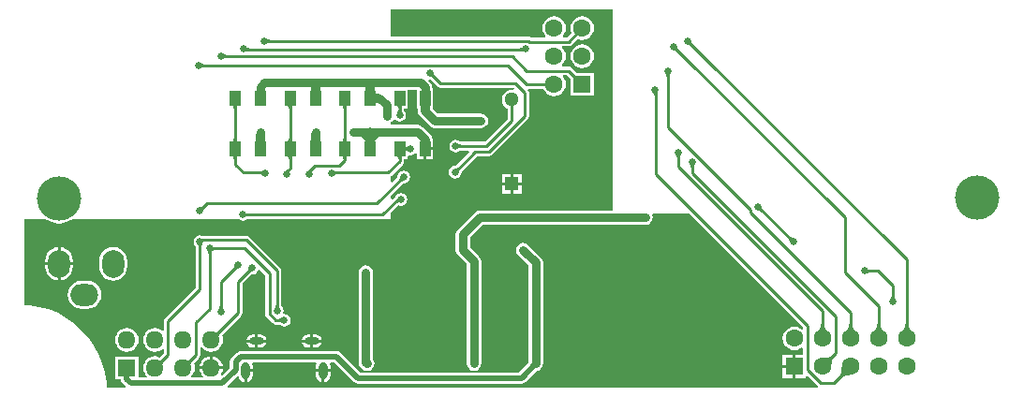
<source format=gbl>
G04 Layer_Physical_Order=2*
G04 Layer_Color=16711680*
%FSTAX24Y24*%
%MOIN*%
G70*
G01*
G75*
%ADD11R,0.0394X0.0550*%
%ADD27C,0.0200*%
%ADD28C,0.0300*%
%ADD29C,0.0100*%
%ADD30R,0.0512X0.0512*%
%ADD31C,0.0512*%
%ADD32O,0.0305X0.0610*%
%ADD33O,0.0512X0.0256*%
%ADD34O,0.0634X0.0630*%
%ADD35R,0.0634X0.0630*%
%ADD36C,0.0630*%
%ADD37R,0.0630X0.0630*%
%ADD38R,0.0630X0.0630*%
%ADD39O,0.0787X0.0984*%
%ADD40O,0.0984X0.0787*%
%ADD41C,0.1575*%
%ADD42C,0.0250*%
G36*
X040847Y025955D02*
X036097D01*
X036Y025935D01*
X035917Y02588D01*
X035317Y02528D01*
X035262Y025198D01*
X035242Y0251D01*
Y02455D01*
X035262Y024452D01*
X035317Y02437D01*
X035642Y024044D01*
Y0205D01*
X035662Y020402D01*
X035717Y02032D01*
X0358Y020264D01*
X035897Y020245D01*
X035995Y020264D01*
X036077Y02032D01*
X036133Y020402D01*
X036152Y0205D01*
Y02415D01*
X036133Y024248D01*
X036077Y02433D01*
X035752Y024656D01*
Y024994D01*
X036203Y025445D01*
X041997D01*
X042095Y025464D01*
X042177Y02552D01*
X042233Y025602D01*
X042252Y0257D01*
X042233Y025798D01*
X042227Y025806D01*
X042251Y02585D01*
X043561D01*
X047609Y021802D01*
Y021747D01*
X047559Y021722D01*
X047507Y021762D01*
X047406Y021804D01*
X047297Y021819D01*
X047189Y021804D01*
X047088Y021762D01*
X047001Y021696D01*
X046935Y021609D01*
X046893Y021508D01*
X046879Y0214D01*
X046893Y021292D01*
X046935Y021191D01*
X047001Y021104D01*
X047088Y021038D01*
X047189Y020996D01*
X047297Y020981D01*
X047406Y020996D01*
X047507Y021038D01*
X047559Y021078D01*
X047609Y021053D01*
Y020815D01*
X047347D01*
Y0204D01*
Y019985D01*
X047712D01*
Y020046D01*
X047758Y020065D01*
X04812Y019703D01*
X04812Y019698D01*
X048105Y019653D01*
X027149D01*
X027129Y019703D01*
X027476Y020051D01*
X027524Y020036D01*
X027531Y019999D01*
X027587Y019915D01*
X027671Y01986D01*
X027719Y01985D01*
Y02025D01*
X027769D01*
Y0203D01*
X028027D01*
Y020403D01*
X028007Y020501D01*
X028003Y020507D01*
X028027Y020551D01*
X030268D01*
X030291Y020507D01*
X030287Y020501D01*
X030268Y020403D01*
Y0203D01*
X030525D01*
X030783D01*
Y020403D01*
X030763Y020501D01*
X030759Y020507D01*
X030783Y020551D01*
X030928D01*
X031633Y019846D01*
X031699Y019802D01*
X031777Y019786D01*
X037587D01*
X037665Y019802D01*
X037731Y019846D01*
X038139Y020253D01*
X038195Y020264D01*
X038277Y02032D01*
X038333Y020402D01*
X038352Y0205D01*
Y0241D01*
X038333Y024198D01*
X038277Y02428D01*
X037827Y02473D01*
X037745Y024785D01*
X037647Y024805D01*
X03755Y024785D01*
X037467Y02473D01*
X037412Y024648D01*
X037392Y02455D01*
X037412Y024452D01*
X037467Y02437D01*
X037842Y023994D01*
Y020533D01*
X037503Y020194D01*
X031862D01*
X031156Y020899D01*
X03109Y020944D01*
X031012Y020959D01*
X027602D01*
X027524Y020944D01*
X027458Y020899D01*
X027458Y020899D01*
X027273Y020714D01*
X027228Y020648D01*
X027213Y020569D01*
Y020364D01*
X026926Y020077D01*
X026888Y02011D01*
X026912Y020141D01*
X026953Y020242D01*
X026961Y0203D01*
X026133D01*
X026141Y020242D01*
X026183Y020141D01*
X026249Y020054D01*
X026253Y020051D01*
X026237Y020004D01*
X025858D01*
X025842Y020051D01*
X025845Y020054D01*
X025912Y020141D01*
X025953Y020242D01*
X025968Y02035D01*
X025953Y020458D01*
X02593Y020516D01*
X02593Y020516D01*
X026105Y020692D01*
X026139Y020741D01*
X02615Y0208D01*
Y021074D01*
X026155Y021082D01*
X026157Y021092D01*
X026211Y021104D01*
X026249Y021054D01*
X026336Y020988D01*
X026437Y020946D01*
X026545Y020931D01*
X026549D01*
X026658Y020946D01*
X026758Y020988D01*
X026845Y021054D01*
X026912Y021141D01*
X026953Y021242D01*
X026968Y02135D01*
X026953Y021458D01*
X02693Y021516D01*
X02693Y021516D01*
X027605Y022192D01*
X027639Y022241D01*
X02765Y0223D01*
Y023337D01*
X02798Y023667D01*
X027983Y023668D01*
X027985Y02367D01*
X027988Y023671D01*
X027989Y023672D01*
X02799Y023672D01*
X027997Y023671D01*
X028085Y023688D01*
X028159Y023738D01*
X028209Y023812D01*
X028216Y023847D01*
X028264Y023861D01*
X028463Y023662D01*
Y02228D01*
X028475Y022222D01*
X028508Y022172D01*
X028738Y021942D01*
X028788Y021909D01*
X028847Y021897D01*
X028971D01*
X028973Y021897D01*
X028976Y021896D01*
X028979Y021895D01*
X028981Y021894D01*
X028981Y021894D01*
X028985Y021888D01*
X029059Y021838D01*
X029147Y021821D01*
X029235Y021838D01*
X029309Y021888D01*
X029359Y021962D01*
X029377Y02205D01*
X029359Y022138D01*
X029309Y022212D01*
X029235Y022262D01*
X029147Y022279D01*
X02914Y022278D01*
X029106Y022322D01*
X029121Y022394D01*
X029103Y022482D01*
X02909Y022502D01*
X029089Y022509D01*
X029055Y022558D01*
X029046Y022565D01*
X029045Y022565D01*
X029045Y022568D01*
X029044Y022571D01*
Y023806D01*
X029033Y023864D01*
X028999Y023914D01*
X027905Y025008D01*
X027856Y025041D01*
X027797Y025053D01*
X026249D01*
X026235Y025062D01*
X026147Y025079D01*
X026059Y025062D01*
X025985Y025012D01*
X025935Y024938D01*
X025918Y02485D01*
X025935Y024762D01*
X025985Y024688D01*
X025991Y024684D01*
X025992Y024683D01*
X025992Y024681D01*
X025993Y024679D01*
X025994Y024676D01*
X025994Y024673D01*
Y023213D01*
X024906Y022125D01*
X024873Y022075D01*
X024861Y022017D01*
Y021697D01*
X024811Y021672D01*
X024758Y021712D01*
X024658Y021754D01*
X024549Y021769D01*
X024545D01*
X024437Y021754D01*
X024336Y021712D01*
X024249Y021646D01*
X024183Y021559D01*
X024141Y021458D01*
X024127Y02135D01*
X024141Y021242D01*
X024183Y021141D01*
X024249Y021054D01*
X024336Y020988D01*
X024437Y020946D01*
X024545Y020931D01*
X024549D01*
X024658Y020946D01*
X024758Y020988D01*
X024811Y021028D01*
X024861Y021003D01*
Y02088D01*
X024713Y020732D01*
X024712Y020732D01*
X024658Y020754D01*
X024549Y020769D01*
X024545D01*
X024437Y020754D01*
X024336Y020712D01*
X024249Y020646D01*
X024183Y020559D01*
X024141Y020458D01*
X024127Y02035D01*
X024141Y020242D01*
X024183Y020141D01*
X024249Y020054D01*
X024253Y020051D01*
X024237Y020004D01*
X023964D01*
Y020765D01*
X02313D01*
Y019935D01*
X023338D01*
X023349Y019882D01*
X023393Y019816D01*
X023506Y019703D01*
X023485Y019653D01*
X022846D01*
X022835Y019848D01*
X022777Y020192D01*
X02268Y020526D01*
X022547Y020848D01*
X022379Y021153D01*
X022177Y021438D01*
X021945Y021697D01*
X021685Y02193D01*
X021401Y022131D01*
X021096Y0223D01*
X020774Y022433D01*
X020439Y02253D01*
X020095Y022588D01*
X0199Y022599D01*
Y02565D01*
X020628D01*
X02063Y025648D01*
X020784Y025566D01*
X020951Y025515D01*
X021125Y025498D01*
X021299Y025515D01*
X021466Y025566D01*
X021621Y025648D01*
X021623Y02565D01*
X027529D01*
X027584Y025613D01*
X027672Y025595D01*
X02776Y025613D01*
X027811Y025647D01*
X032647D01*
X032662Y02565D01*
X032947D01*
Y025884D01*
X033205Y026141D01*
X033209Y026138D01*
X033297Y026121D01*
X033385Y026138D01*
X033459Y026188D01*
X033509Y026262D01*
X033527Y02635D01*
X033509Y026438D01*
X033459Y026512D01*
X033385Y026562D01*
X033297Y026579D01*
X033209Y026562D01*
X033135Y026512D01*
X033107Y02647D01*
X033089Y026458D01*
X032993Y026362D01*
X032947Y026382D01*
Y026484D01*
X03338Y026917D01*
X033383Y026918D01*
X033385Y02692D01*
X033388Y026921D01*
X033389Y026922D01*
X03339Y026922D01*
X033397Y026921D01*
X033485Y026938D01*
X033559Y026988D01*
X033609Y027062D01*
X033627Y02715D01*
X033609Y027238D01*
X033559Y027312D01*
X033485Y027362D01*
X033397Y027379D01*
X033309Y027362D01*
X033235Y027312D01*
X033185Y027238D01*
X033168Y02715D01*
X033169Y027142D01*
X033169Y027142D01*
X033169Y02714D01*
X033167Y027138D01*
X033166Y027135D01*
X033164Y027133D01*
X032993Y026962D01*
X032947Y026982D01*
Y027186D01*
X032955Y027192D01*
X033358Y027595D01*
X033391Y027644D01*
X033403Y027703D01*
Y027775D01*
X033547D01*
Y027891D01*
X033597Y027931D01*
X033647Y027921D01*
X033735Y027938D01*
X033803Y027984D01*
X033853Y02797D01*
Y027775D01*
X0341D01*
Y02815D01*
X03415D01*
Y0282D01*
X034447D01*
Y028525D01*
X034399D01*
X034385Y028595D01*
X03433Y028677D01*
X034077Y02893D01*
X033995Y028986D01*
X033897Y029005D01*
X032947D01*
Y0291D01*
X032977Y02912D01*
X033026Y029193D01*
X03308Y029202D01*
X033088Y029191D01*
X033162Y029141D01*
X03325Y029123D01*
X033338Y029141D01*
X033412Y029191D01*
X033462Y029265D01*
X033479Y029353D01*
X033462Y029441D01*
X033412Y029515D01*
X033406Y029519D01*
X033406Y029519D01*
X033405Y029521D01*
X033404Y029524D01*
X033403Y029527D01*
X033411Y029575D01*
X033547D01*
Y030245D01*
X033853D01*
Y029575D01*
X033895D01*
X033895Y02957D01*
Y029514D01*
X033892Y0295D01*
X033912Y029402D01*
X033967Y02932D01*
X034317Y02897D01*
X0344Y028914D01*
X034497Y028895D01*
X036147D01*
X036245Y028914D01*
X036327Y02897D01*
X036383Y029052D01*
X036402Y02915D01*
X036383Y029248D01*
X036327Y02933D01*
X036245Y029385D01*
X036147Y029405D01*
X034603D01*
X034472Y029536D01*
X034447Y029575D01*
X034447D01*
X034447Y029575D01*
Y030325D01*
X034405D01*
Y030347D01*
X034386Y030445D01*
X03433Y030527D01*
X034276Y030582D01*
X034301Y030628D01*
X034337Y030621D01*
X034345Y030622D01*
X034345Y030622D01*
X034347Y030621D01*
X034349Y03062D01*
X034352Y030618D01*
X034354Y030617D01*
X034599Y030372D01*
X034649Y030339D01*
X034707Y030327D01*
X037296D01*
X037317Y0303D01*
X037293Y030253D01*
X037247Y030259D01*
X037154Y030247D01*
X037068Y030211D01*
X036993Y030154D01*
X036936Y030079D01*
X0369Y029993D01*
X036888Y0299D01*
X0369Y029807D01*
X036936Y029721D01*
X036993Y029646D01*
X037068Y029589D01*
X037094Y029578D01*
Y029213D01*
X036284Y028403D01*
X035424D01*
X035421Y028403D01*
X035418Y028404D01*
X035416Y028405D01*
X035414Y028406D01*
X035414Y028406D01*
X035409Y028412D01*
X035335Y028462D01*
X035247Y028479D01*
X035159Y028462D01*
X035085Y028412D01*
X035035Y028338D01*
X035018Y02825D01*
X035035Y028162D01*
X035085Y028088D01*
X035159Y028038D01*
X035247Y028021D01*
X035335Y028038D01*
X035409Y028088D01*
X035414Y028094D01*
X035414Y028094D01*
X035416Y028095D01*
X035418Y028096D01*
X035421Y028097D01*
X035424Y028097D01*
X035713D01*
X035732Y028051D01*
X035242Y027561D01*
X035239Y027559D01*
X035237Y027557D01*
X035234Y027556D01*
X035233Y027555D01*
X035232Y027555D01*
X035225Y027557D01*
X035137Y027539D01*
X035063Y02749D01*
X035013Y027415D01*
X034995Y027327D01*
X035013Y02724D01*
X035063Y027165D01*
X035137Y027116D01*
X035225Y027098D01*
X035313Y027116D01*
X035387Y027165D01*
X035437Y02724D01*
X035454Y027327D01*
X035453Y027335D01*
X035453Y027335D01*
X035453Y027337D01*
X035455Y027339D01*
X035456Y027342D01*
X035458Y027344D01*
X036011Y027897D01*
X03643D01*
X036489Y027909D01*
X036538Y027942D01*
X037805Y029209D01*
X037839Y029259D01*
X03785Y029317D01*
Y03015D01*
X037839Y030209D01*
X037813Y030247D01*
X037825Y030282D01*
X037837Y030297D01*
X038361D01*
X038385Y030241D01*
X038451Y030154D01*
X038538Y030088D01*
X038639Y030046D01*
X038747Y030031D01*
X038856Y030046D01*
X038957Y030088D01*
X039043Y030154D01*
X03911Y030241D01*
X039152Y030342D01*
X039166Y03045D01*
X039152Y030558D01*
X03911Y030659D01*
X039058Y030727D01*
X039082Y030777D01*
X039204D01*
X039332Y030649D01*
Y030035D01*
X040162D01*
Y030865D01*
X039549D01*
X039375Y031038D01*
X039326Y031071D01*
X039267Y031083D01*
X039033D01*
X039016Y031133D01*
X039043Y031154D01*
X03911Y031241D01*
X039152Y031342D01*
X039166Y03145D01*
X039152Y031558D01*
X03911Y031659D01*
X039043Y031746D01*
X03902Y031764D01*
X039036Y031811D01*
X039262D01*
X03932Y031823D01*
X03937Y031856D01*
X039583Y032069D01*
X039639Y032046D01*
X039747Y032031D01*
X039856Y032046D01*
X039957Y032088D01*
X040043Y032154D01*
X04011Y032241D01*
X040152Y032342D01*
X040166Y03245D01*
X040152Y032558D01*
X04011Y032659D01*
X040043Y032746D01*
X039957Y032812D01*
X039856Y032854D01*
X039747Y032869D01*
X039639Y032854D01*
X039538Y032812D01*
X039451Y032746D01*
X039385Y032659D01*
X039343Y032558D01*
X039329Y03245D01*
X039343Y032342D01*
X039366Y032285D01*
X039198Y032117D01*
X039072D01*
X039053Y032167D01*
X03911Y032241D01*
X039152Y032342D01*
X039166Y03245D01*
X039152Y032558D01*
X03911Y032659D01*
X039043Y032746D01*
X038957Y032812D01*
X038856Y032854D01*
X038747Y032869D01*
X038639Y032854D01*
X038538Y032812D01*
X038451Y032746D01*
X038385Y032659D01*
X038343Y032558D01*
X038329Y03245D01*
X038343Y032342D01*
X038385Y032241D01*
X038441Y032167D01*
X038423Y032117D01*
X037918D01*
X03789Y032136D01*
X037831Y032148D01*
X032947D01*
Y033127D01*
X040847D01*
Y025955D01*
D02*
G37*
G36*
X028526Y032068D02*
X028535Y032063D01*
X028544Y032059D01*
X028554Y032055D01*
X028565Y032052D01*
X028575Y03205D01*
X028586Y032048D01*
X028598Y032046D01*
X028622Y032045D01*
X028645Y031945D01*
X028632Y031945D01*
X02862Y031943D01*
X028609Y031941D01*
X028599Y031938D01*
X028589Y031934D01*
X02858Y03193D01*
X028572Y031924D01*
X028565Y031918D01*
X028558Y03191D01*
X028552Y031902D01*
X028517Y032074D01*
X028526Y032068D01*
D02*
G37*
G36*
X043629Y031982D02*
X04363Y031972D01*
X043633Y031961D01*
X043636Y031951D01*
X04364Y031942D01*
X043644Y031932D01*
X04365Y031922D01*
X043657Y031913D01*
X043665Y031904D01*
X043673Y031895D01*
X043602Y031824D01*
X043593Y031833D01*
X043584Y03184D01*
X043575Y031847D01*
X043565Y031853D01*
X043556Y031858D01*
X043546Y031862D01*
X043536Y031865D01*
X043526Y031867D01*
X043515Y031868D01*
X043505Y031869D01*
X043629Y031992D01*
X043629Y031982D01*
D02*
G37*
G36*
X027803Y031781D02*
X027809Y031773D01*
X027815Y031767D01*
X027823Y031761D01*
X027831Y031756D01*
X027841Y031752D01*
X027851Y031749D01*
X027862Y031747D01*
X027874Y031745D01*
X027886Y031745D01*
X027854Y031645D01*
X027842Y031645D01*
X027818Y031643D01*
X027807Y031641D01*
X027786Y031636D01*
X027776Y031633D01*
X027766Y03163D01*
X027757Y031626D01*
X027748Y031621D01*
X027797Y031789D01*
X027803Y031781D01*
D02*
G37*
G36*
X037647Y031616D02*
X037639Y031622D01*
X03763Y031627D01*
X03762Y031631D01*
X03761Y031635D01*
X0376Y031638D01*
X037589Y03164D01*
X037578Y031642D01*
X037567Y031644D01*
X037542Y031645D01*
X03752Y031745D01*
X037532Y031745D01*
X037544Y031747D01*
X037555Y031749D01*
X037566Y031752D01*
X037575Y031756D01*
X037584Y03176D01*
X037592Y031766D01*
X0376Y031772D01*
X037606Y03178D01*
X037612Y031788D01*
X037647Y031616D01*
D02*
G37*
G36*
X043129Y031772D02*
X04313Y031762D01*
X043133Y031751D01*
X043136Y031741D01*
X04314Y031732D01*
X043144Y031722D01*
X04315Y031712D01*
X043157Y031703D01*
X043165Y031694D01*
X043173Y031685D01*
X043102Y031614D01*
X043093Y031623D01*
X043084Y03163D01*
X043075Y031637D01*
X043065Y031643D01*
X043056Y031648D01*
X043046Y031652D01*
X043036Y031655D01*
X043026Y031657D01*
X043015Y031658D01*
X043005Y031659D01*
X043129Y031782D01*
X043129Y031772D01*
D02*
G37*
G36*
X026982Y03153D02*
X02699Y031524D01*
X026998Y031518D01*
X027008Y031514D01*
X027017Y031509D01*
X027028Y031506D01*
X027039Y031503D01*
X02705Y031502D01*
X027062Y0315D01*
X027074Y0315D01*
Y0314D01*
X027062Y0314D01*
X02705Y031398D01*
X027039Y031397D01*
X027028Y031394D01*
X027017Y031391D01*
X027008Y031386D01*
X026998Y031382D01*
X02699Y031376D01*
X026982Y03137D01*
X026974Y031363D01*
Y031537D01*
X026982Y03153D01*
D02*
G37*
G36*
X026184Y031201D02*
X026193Y031196D01*
X026202Y031191D01*
X026211Y031187D01*
X026222Y031183D01*
X026232Y03118D01*
X026243Y031178D01*
X026255Y031176D01*
X026267Y031175D01*
X026279Y031175D01*
X026292Y031075D01*
X02628Y031075D01*
X026268Y031073D01*
X026257Y031071D01*
X026246Y031068D01*
X026236Y031065D01*
X026227Y03106D01*
X026218Y031055D01*
X02621Y031049D01*
X026203Y031042D01*
X026196Y031034D01*
X026175Y031208D01*
X026184Y031201D01*
D02*
G37*
G36*
X042878Y030813D02*
X042871Y030805D01*
X042866Y030796D01*
X042861Y030787D01*
X042857Y030777D01*
X042853Y030767D01*
X042851Y030756D01*
X042849Y030745D01*
X042848Y030733D01*
X042847Y03072D01*
X042747D01*
X042747Y030733D01*
X042746Y030745D01*
X042744Y030756D01*
X042741Y030767D01*
X042738Y030777D01*
X042734Y030787D01*
X042729Y030796D01*
X042723Y030805D01*
X042717Y030813D01*
X04271Y030821D01*
X042885D01*
X042878Y030813D01*
D02*
G37*
G36*
X034463Y030838D02*
X034464Y030828D01*
X034466Y030818D01*
X034469Y030808D01*
X034473Y030798D01*
X034478Y030788D01*
X034484Y030779D01*
X03449Y03077D01*
X034498Y03076D01*
X034507Y030751D01*
X034436Y030681D01*
X034427Y030689D01*
X034418Y030697D01*
X034408Y030703D01*
X034399Y030709D01*
X034389Y030714D01*
X034379Y030718D01*
X034369Y030721D01*
X034359Y030723D01*
X034349Y030725D01*
X034338Y030725D01*
X034462Y030849D01*
X034463Y030838D01*
D02*
G37*
G36*
X03235Y030405D02*
X032357Y030304D01*
X032361Y03028D01*
X032366Y03026D01*
X032372Y030244D01*
X032379Y030233D01*
X032387Y030226D01*
X032396Y030224D01*
X032004D01*
X032013Y030226D01*
X032021Y030233D01*
X032028Y030244D01*
X032034Y03026D01*
X032039Y03028D01*
X032043Y030304D01*
X032046Y030333D01*
X03205Y030405D01*
X03205Y030447D01*
X03235D01*
X03235Y030405D01*
D02*
G37*
G36*
X0304Y030369D02*
X030407Y030269D01*
X03041Y030252D01*
X030414Y03024D01*
X030419Y030231D01*
X030423Y030226D01*
X030429Y030224D01*
X030071D01*
X030077Y030226D01*
X030081Y030231D01*
X030086Y03024D01*
X03009Y030252D01*
X030093Y030269D01*
X030095Y030288D01*
X030099Y030338D01*
X0301Y030403D01*
X0304D01*
X0304Y030369D01*
D02*
G37*
G36*
X042435Y030185D02*
X042431Y030176D01*
X042428Y030166D01*
X042425Y030156D01*
X042421Y030135D01*
X042419Y030124D01*
X042417Y030101D01*
X042417Y030088D01*
X042317Y03005D01*
X042317Y030063D01*
X042315Y030075D01*
X042313Y030086D01*
X04231Y030096D01*
X042306Y030105D01*
X042301Y030113D01*
X042296Y030121D01*
X042289Y030127D01*
X042281Y030133D01*
X042273Y030137D01*
X042439Y030193D01*
X042435Y030185D01*
D02*
G37*
G36*
X032396Y030101D02*
X032401Y030101D01*
X032547Y0301D01*
Y0298D01*
X032394Y029798D01*
Y030102D01*
X032396Y030101D01*
D02*
G37*
G36*
X033341Y029676D02*
X033332Y029673D01*
X033325Y029668D01*
X033318Y029661D01*
X033313Y029652D01*
X033308Y029641D01*
X033305Y029628D01*
X033302Y029613D01*
X033301Y029595D01*
X0333Y029576D01*
X0332D01*
X0332Y029595D01*
X033198Y029613D01*
X033196Y029628D01*
X033192Y029641D01*
X033188Y029652D01*
X033182Y029661D01*
X033176Y029668D01*
X033168Y029673D01*
X03316Y029676D01*
X03315Y029677D01*
X03335D01*
X033341Y029676D01*
D02*
G37*
G36*
X03139D02*
X031382Y029673D01*
X031374Y029668D01*
X031368Y029661D01*
X031362Y029652D01*
X031358Y029641D01*
X031354Y029628D01*
X031352Y029613D01*
X03135Y029595D01*
X03135Y029576D01*
X03125D01*
X031249Y029595D01*
X031248Y029613D01*
X031245Y029628D01*
X031242Y029641D01*
X031237Y029652D01*
X031232Y029661D01*
X031225Y029668D01*
X031218Y029673D01*
X031209Y029676D01*
X0312Y029677D01*
X0314D01*
X03139Y029676D01*
D02*
G37*
G36*
X02944D02*
X029432Y029673D01*
X029424Y029668D01*
X029418Y029661D01*
X029412Y029652D01*
X029408Y029641D01*
X029404Y029628D01*
X029402Y029613D01*
X0294Y029595D01*
X0294Y029576D01*
X0293D01*
X029299Y029595D01*
X029298Y029613D01*
X029295Y029628D01*
X029292Y029641D01*
X029287Y029652D01*
X029282Y029661D01*
X029275Y029668D01*
X029268Y029673D01*
X029259Y029676D01*
X02925Y029677D01*
X02945D01*
X02944Y029676D01*
D02*
G37*
G36*
X02749D02*
X027482Y029673D01*
X027474Y029668D01*
X027468Y029661D01*
X027462Y029652D01*
X027458Y029641D01*
X027454Y029628D01*
X027452Y029613D01*
X02745Y029595D01*
X02745Y029576D01*
X02735D01*
X027349Y029595D01*
X027348Y029613D01*
X027345Y029628D01*
X027342Y029641D01*
X027337Y029652D01*
X027332Y029661D01*
X027325Y029668D01*
X027318Y029673D01*
X027309Y029676D01*
X0273Y029677D01*
X0275D01*
X02749Y029676D01*
D02*
G37*
G36*
X034319Y029676D02*
X034315Y02967D01*
X034311Y029662D01*
X034308Y029649D01*
X034306Y029634D01*
X034304Y029615D01*
X0343Y029536D01*
X0343Y029503D01*
X034D01*
X034Y029536D01*
X033992Y029649D01*
X033989Y029662D01*
X033985Y02967D01*
X033981Y029676D01*
X033977Y029677D01*
X034323D01*
X034319Y029676D01*
D02*
G37*
G36*
X0333Y02953D02*
X033302Y029518D01*
X033303Y029507D01*
X033306Y029496D01*
X033309Y029485D01*
X033314Y029476D01*
X033318Y029467D01*
X033324Y029458D01*
X03333Y02945D01*
X033338Y029442D01*
X033163D01*
X03317Y02945D01*
X033176Y029458D01*
X033182Y029467D01*
X033187Y029476D01*
X033191Y029485D01*
X033194Y029496D01*
X033197Y029507D01*
X033199Y029518D01*
X0332Y02953D01*
X0332Y029542D01*
X0333D01*
X0333Y02953D01*
D02*
G37*
G36*
X0304Y028667D02*
X030411Y028499D01*
X030416Y028472D01*
X030422Y028451D01*
X030429Y028436D01*
X030437Y028427D01*
X030446Y028424D01*
X030054D01*
X030063Y028427D01*
X030071Y028436D01*
X030078Y028451D01*
X030084Y028472D01*
X030089Y028499D01*
X030093Y028532D01*
X030098Y028616D01*
X0301Y028724D01*
X0304D01*
X0304Y028667D01*
D02*
G37*
G36*
X02845D02*
X028461Y028499D01*
X028466Y028472D01*
X028472Y028451D01*
X028479Y028436D01*
X028487Y028427D01*
X028496Y028424D01*
X028104D01*
X028113Y028427D01*
X028121Y028436D01*
X028128Y028451D01*
X028134Y028472D01*
X028139Y028499D01*
X028143Y028532D01*
X028148Y028616D01*
X02815Y028724D01*
X02845D01*
X02845Y028667D01*
D02*
G37*
G36*
X03135Y028505D02*
X031352Y028487D01*
X031354Y028472D01*
X031358Y028459D01*
X031362Y028448D01*
X031368Y028439D01*
X031374Y028432D01*
X031382Y028427D01*
X03139Y028424D01*
X0314Y028423D01*
X0312D01*
X031209Y028424D01*
X031218Y028427D01*
X031225Y028432D01*
X031232Y028439D01*
X031237Y028448D01*
X031242Y028459D01*
X031245Y028472D01*
X031248Y028487D01*
X031249Y028505D01*
X03125Y028524D01*
X03135D01*
X03135Y028505D01*
D02*
G37*
G36*
X0294D02*
X029402Y028487D01*
X029404Y028472D01*
X029408Y028459D01*
X029412Y028448D01*
X029418Y028439D01*
X029424Y028432D01*
X029432Y028427D01*
X02944Y028424D01*
X02945Y028423D01*
X02925D01*
X029259Y028424D01*
X029268Y028427D01*
X029275Y028432D01*
X029282Y028439D01*
X029287Y028448D01*
X029292Y028459D01*
X029295Y028472D01*
X029298Y028487D01*
X029299Y028505D01*
X0293Y028524D01*
X0294D01*
X0294Y028505D01*
D02*
G37*
G36*
X02745D02*
X027452Y028487D01*
X027454Y028472D01*
X027458Y028459D01*
X027462Y028448D01*
X027468Y028439D01*
X027474Y028432D01*
X027482Y028427D01*
X02749Y028424D01*
X0275Y028423D01*
X0273D01*
X027309Y028424D01*
X027318Y028427D01*
X027325Y028432D01*
X027332Y028439D01*
X027337Y028448D01*
X027342Y028459D01*
X027345Y028472D01*
X027348Y028487D01*
X027349Y028505D01*
X02735Y028524D01*
X02745D01*
X02745Y028505D01*
D02*
G37*
G36*
X03265Y0286D02*
X032593Y028597D01*
X032542Y028588D01*
X032497Y028573D01*
X032458Y028552D01*
X032425Y028525D01*
X032398Y028492D01*
X032377Y028453D01*
X032375Y028446D01*
X032379Y028436D01*
X032387Y028427D01*
X032396Y028424D01*
X032367D01*
X032362Y028408D01*
X032353Y028357D01*
X03235Y0283D01*
X03205D01*
X032047Y028357D01*
X032038Y028408D01*
X032033Y028424D01*
X032004D01*
X032013Y028427D01*
X032021Y028436D01*
X032025Y028446D01*
X032023Y028453D01*
X032002Y028492D01*
X031975Y028525D01*
X031942Y028552D01*
X031903Y028573D01*
X031858Y028588D01*
X031807Y028597D01*
X03175Y0286D01*
X0322Y0289D01*
X03265Y0286D01*
D02*
G37*
G36*
X035344Y02833D02*
X035352Y028324D01*
X035361Y028318D01*
X03537Y028314D01*
X03538Y028309D01*
X03539Y028306D01*
X035401Y028303D01*
X035412Y028301D01*
X035424Y0283D01*
X035437Y0283D01*
Y0282D01*
X035424Y0282D01*
X035412Y028198D01*
X035401Y028197D01*
X03539Y028194D01*
X03538Y028191D01*
X03537Y028187D01*
X035361Y028182D01*
X035352Y028176D01*
X035344Y02817D01*
X035337Y028163D01*
Y028338D01*
X035344Y02833D01*
D02*
G37*
G36*
X033445Y02824D02*
X033448Y028232D01*
X033454Y028224D01*
X033461Y028218D01*
X03347Y028212D01*
X033481Y028208D01*
X033494Y028205D01*
X033496Y028204D01*
X033504Y028206D01*
X033515Y028209D01*
X033524Y028214D01*
X033534Y028218D01*
X033542Y028224D01*
X03355Y02823D01*
X033558Y028238D01*
Y028063D01*
X03355Y02807D01*
X033542Y028076D01*
X033534Y028082D01*
X033524Y028087D01*
X033515Y028091D01*
X033504Y028094D01*
X033496Y028096D01*
X033494Y028096D01*
X033481Y028092D01*
X03347Y028087D01*
X033461Y028082D01*
X033454Y028075D01*
X033448Y028068D01*
X033445Y028059D01*
X033444Y02805D01*
Y02825D01*
X033445Y02824D01*
D02*
G37*
G36*
X043248Y027913D02*
X043241Y027905D01*
X043236Y027896D01*
X043231Y027887D01*
X043227Y027877D01*
X043223Y027867D01*
X043221Y027856D01*
X043219Y027845D01*
X043218Y027833D01*
X043217Y02782D01*
X043117D01*
X043117Y027833D01*
X043116Y027845D01*
X043114Y027856D01*
X043111Y027867D01*
X043108Y027877D01*
X043104Y027887D01*
X043099Y027896D01*
X043093Y027905D01*
X043087Y027913D01*
X04308Y027921D01*
X043255D01*
X043248Y027913D01*
D02*
G37*
G36*
X03334Y027875D02*
X033332Y027872D01*
X033324Y027867D01*
X033318Y02786D01*
X033312Y027851D01*
X033308Y02784D01*
X033304Y027827D01*
X033302Y027812D01*
X0333Y027795D01*
X0333Y027776D01*
X0332D01*
X033199Y027795D01*
X033198Y027812D01*
X033195Y027827D01*
X033192Y02784D01*
X033187Y027851D01*
X033182Y02786D01*
X033175Y027867D01*
X033168Y027872D01*
X033159Y027875D01*
X03315Y027876D01*
X03335D01*
X03334Y027875D01*
D02*
G37*
G36*
X031388D02*
X031379Y027872D01*
X031372Y027867D01*
X031365Y02786D01*
X03136Y027851D01*
X031355Y02784D01*
X031352Y027827D01*
X031349Y027812D01*
X031348Y027795D01*
X031347Y027776D01*
X031247D01*
X031247Y027795D01*
X031245Y027812D01*
X031243Y027827D01*
X031239Y02784D01*
X031235Y027851D01*
X031229Y02786D01*
X031223Y027867D01*
X031215Y027872D01*
X031207Y027875D01*
X031197Y027876D01*
X031397D01*
X031388Y027875D01*
D02*
G37*
G36*
X02944D02*
X029432Y027872D01*
X029424Y027867D01*
X029418Y02786D01*
X029412Y027851D01*
X029408Y02784D01*
X029404Y027827D01*
X029402Y027812D01*
X0294Y027795D01*
X0294Y027776D01*
X0293D01*
X029299Y027795D01*
X029298Y027812D01*
X029295Y027827D01*
X029292Y02784D01*
X029287Y027851D01*
X029282Y02786D01*
X029275Y027867D01*
X029268Y027872D01*
X029259Y027875D01*
X02925Y027876D01*
X02945D01*
X02944Y027875D01*
D02*
G37*
G36*
X02749D02*
X027482Y027872D01*
X027474Y027867D01*
X027468Y02786D01*
X027462Y027851D01*
X027458Y02784D01*
X027454Y027827D01*
X027452Y027812D01*
X02745Y027795D01*
X02745Y027776D01*
X02735D01*
X027349Y027795D01*
X027348Y027812D01*
X027345Y027827D01*
X027342Y02784D01*
X027337Y027851D01*
X027332Y02786D01*
X027325Y027867D01*
X027318Y027872D01*
X027309Y027875D01*
X0273Y027876D01*
X0275D01*
X02749Y027875D01*
D02*
G37*
G36*
X043738Y027583D02*
X043731Y027575D01*
X043726Y027566D01*
X043721Y027557D01*
X043717Y027547D01*
X043713Y027537D01*
X043711Y027526D01*
X043709Y027515D01*
X043708Y027503D01*
X043707Y02749D01*
X043607D01*
X043607Y027503D01*
X043606Y027515D01*
X043604Y027526D01*
X043601Y027537D01*
X043598Y027547D01*
X043594Y027557D01*
X043589Y027566D01*
X043583Y027575D01*
X043577Y027583D01*
X04357Y027591D01*
X043745D01*
X043738Y027583D01*
D02*
G37*
G36*
X035394Y027426D02*
X035386Y027417D01*
X035378Y027408D01*
X035371Y027399D01*
X035365Y027389D01*
X035361Y027379D01*
X035357Y02737D01*
X035354Y02736D01*
X035351Y027349D01*
X03535Y027339D01*
X03535Y027329D01*
X035226Y027452D01*
X035236Y027453D01*
X035247Y027454D01*
X035257Y027456D01*
X035267Y027459D01*
X035277Y027463D01*
X035286Y027468D01*
X035296Y027474D01*
X035305Y027481D01*
X035314Y027488D01*
X035323Y027497D01*
X035394Y027426D01*
D02*
G37*
G36*
X029373Y027405D02*
X029364Y027395D01*
X029357Y027386D01*
X029351Y027377D01*
X029346Y027369D01*
X029343Y02736D01*
X029342Y027352D01*
X029341Y027344D01*
X029343Y027336D01*
X029345Y027329D01*
X02935Y027322D01*
X029185Y027359D01*
X029239Y027413D01*
X029373Y027405D01*
D02*
G37*
G36*
X030174Y027406D02*
X030165Y027397D01*
X030158Y027387D01*
X030152Y027378D01*
X030147Y027369D01*
X030144Y02736D01*
X030142Y027351D01*
X030141Y027342D01*
X030142Y027334D01*
X030144Y027325D01*
X030147Y027316D01*
X029984Y027378D01*
X029991Y027381D01*
X029999Y027385D01*
X030014Y027395D01*
X030022Y027401D01*
X030048Y027422D01*
X030057Y02743D01*
X030066Y027439D01*
X030174Y027406D01*
D02*
G37*
G36*
X028362Y027209D02*
X028355Y027217D01*
X028348Y027224D01*
X02834Y02723D01*
X028331Y027235D01*
X028322Y02724D01*
X028312Y027244D01*
X028301Y027246D01*
X02829Y027248D01*
X028278Y02725D01*
X028265Y02725D01*
X028276Y02735D01*
X028288Y02735D01*
X0283Y027351D01*
X028312Y027353D01*
X028323Y027355D01*
X028333Y027358D01*
X028343Y027362D01*
X028353Y027366D01*
X028362Y027371D01*
X028371Y027377D01*
X028379Y027384D01*
X028362Y027209D01*
D02*
G37*
G36*
X030901Y027373D02*
X03091Y027368D01*
X030919Y027364D01*
X030929Y02736D01*
X030939Y027357D01*
X03095Y027355D01*
X030961Y027353D01*
X030973Y027351D01*
X030997Y02735D01*
X031019Y02725D01*
X031006Y02725D01*
X030995Y027248D01*
X030983Y027246D01*
X030973Y027243D01*
X030963Y027239D01*
X030955Y027235D01*
X030946Y027229D01*
X030939Y027223D01*
X030932Y027215D01*
X030926Y027207D01*
X030892Y027379D01*
X030901Y027373D01*
D02*
G37*
G36*
X033396Y027025D02*
X033386Y027025D01*
X033375Y027023D01*
X033365Y027021D01*
X033355Y027018D01*
X033345Y027014D01*
X033336Y027009D01*
X033326Y027003D01*
X033317Y026997D01*
X033308Y026989D01*
X033299Y026981D01*
X033228Y027051D01*
X033236Y02706D01*
X033244Y02707D01*
X033251Y027079D01*
X033257Y027088D01*
X033261Y027098D01*
X033265Y027108D01*
X033268Y027118D01*
X033271Y027128D01*
X033272Y027138D01*
X033272Y027149D01*
X033396Y027025D01*
D02*
G37*
G36*
X026317Y026049D02*
X026308Y02604D01*
X0263Y02603D01*
X026294Y026021D01*
X026288Y026012D01*
X026283Y026002D01*
X026279Y025992D01*
X026276Y025982D01*
X026274Y025972D01*
X026273Y025962D01*
X026272Y025951D01*
X026148Y026075D01*
X026159Y026075D01*
X026169Y026077D01*
X026179Y026079D01*
X026189Y026082D01*
X026199Y026086D01*
X026209Y026091D01*
X026218Y026097D01*
X026228Y026103D01*
X026237Y026111D01*
X026246Y026119D01*
X026317Y026049D01*
D02*
G37*
G36*
X04613Y026074D02*
X046132Y026063D01*
X046135Y026053D01*
X046138Y026043D01*
X046143Y026034D01*
X046148Y026024D01*
X046154Y026015D01*
X046161Y026005D01*
X046169Y025996D01*
X046177Y025987D01*
X046114Y025909D01*
X046105Y025918D01*
X046095Y025925D01*
X046086Y025932D01*
X046076Y025937D01*
X046067Y025942D01*
X046057Y025945D01*
X046047Y025948D01*
X046037Y025949D01*
X046027Y02595D01*
X046017Y025949D01*
X046128Y026084D01*
X04613Y026074D01*
D02*
G37*
G36*
X04716Y025005D02*
X04717Y024997D01*
X047179Y02499D01*
X047188Y024984D01*
X047198Y02498D01*
X047208Y024976D01*
X047218Y024973D01*
X047228Y02497D01*
X047238Y024969D01*
X047249Y024969D01*
X047125Y024845D01*
X047125Y024855D01*
X047123Y024866D01*
X047121Y024876D01*
X047118Y024886D01*
X047114Y024896D01*
X047109Y024905D01*
X047103Y024915D01*
X047097Y024924D01*
X047089Y024933D01*
X047081Y024942D01*
X047151Y025013D01*
X04716Y025005D01*
D02*
G37*
G36*
X026228Y024753D02*
X026221Y024745D01*
X026216Y024736D01*
X026211Y024727D01*
X026207Y024717D01*
X026203Y024707D01*
X026201Y024696D01*
X026199Y024685D01*
X026198Y024673D01*
X026197Y02466D01*
X026097D01*
X026097Y024673D01*
X026096Y024685D01*
X026094Y024696D01*
X026091Y024707D01*
X026088Y024717D01*
X026084Y024727D01*
X026079Y024736D01*
X026073Y024745D01*
X026067Y024753D01*
X02606Y024761D01*
X026235D01*
X026228Y024753D01*
D02*
G37*
G36*
X026594Y02468D02*
X026602Y024674D01*
X026611Y024668D01*
X02662Y024664D01*
X02663Y024659D01*
X02664Y024656D01*
X026651Y024653D01*
X026662Y024652D01*
X026674Y02465D01*
X026687Y02465D01*
Y02455D01*
X026674Y02455D01*
X026662Y024548D01*
X026651Y024547D01*
X02664Y024544D01*
X02663Y024541D01*
X02662Y024536D01*
X026611Y024532D01*
X026602Y024526D01*
X026594Y02452D01*
X026587Y024513D01*
Y024688D01*
X026594Y02468D01*
D02*
G37*
G36*
X026578Y024503D02*
X026571Y024495D01*
X026566Y024486D01*
X026561Y024477D01*
X026557Y024467D01*
X026553Y024457D01*
X026551Y024446D01*
X026549Y024435D01*
X026548Y024423D01*
X026547Y02441D01*
X026447D01*
X026447Y024423D01*
X026446Y024435D01*
X026444Y024446D01*
X026441Y024457D01*
X026438Y024467D01*
X026434Y024477D01*
X026429Y024486D01*
X026423Y024495D01*
X026417Y024503D01*
X02641Y024511D01*
X026585D01*
X026578Y024503D01*
D02*
G37*
G36*
X027496Y023875D02*
X027486Y023875D01*
X027475Y023873D01*
X027465Y023871D01*
X027455Y023868D01*
X027445Y023864D01*
X027436Y023859D01*
X027426Y023853D01*
X027417Y023847D01*
X027408Y023839D01*
X027399Y023831D01*
X027328Y023901D01*
X027336Y02391D01*
X027344Y02392D01*
X027351Y023929D01*
X027357Y023938D01*
X027361Y023948D01*
X027365Y023958D01*
X027368Y023968D01*
X027371Y023978D01*
X027372Y023988D01*
X027372Y023999D01*
X027496Y023875D01*
D02*
G37*
G36*
X027996Y023775D02*
X027986Y023775D01*
X027975Y023773D01*
X027965Y023771D01*
X027955Y023768D01*
X027945Y023764D01*
X027936Y023759D01*
X027926Y023753D01*
X027917Y023747D01*
X027908Y023739D01*
X027899Y023731D01*
X027828Y023801D01*
X027836Y02381D01*
X027844Y02382D01*
X027851Y023829D01*
X027857Y023838D01*
X027861Y023848D01*
X027865Y023858D01*
X027868Y023868D01*
X027871Y023878D01*
X027872Y023888D01*
X027872Y023899D01*
X027996Y023775D01*
D02*
G37*
G36*
X049894Y02388D02*
X049902Y023874D01*
X049911Y023868D01*
X04992Y023863D01*
X04993Y023859D01*
X04994Y023856D01*
X049951Y023853D01*
X049962Y023851D01*
X049974Y02385D01*
X049987Y02385D01*
Y02375D01*
X049974Y02375D01*
X049962Y023749D01*
X049951Y023747D01*
X04994Y023744D01*
X04993Y023741D01*
X04992Y023737D01*
X049911Y023732D01*
X049902Y023726D01*
X049894Y02372D01*
X049887Y023712D01*
Y023888D01*
X049894Y02388D01*
D02*
G37*
G36*
X050838Y022877D02*
X050839Y022865D01*
X050841Y022854D01*
X050843Y022843D01*
X050847Y022833D01*
X050851Y022823D01*
X050856Y022814D01*
X050861Y022805D01*
X050868Y022797D01*
X050875Y022789D01*
X0507D01*
X050707Y022797D01*
X050713Y022805D01*
X050719Y022814D01*
X050724Y022823D01*
X050728Y022833D01*
X050731Y022843D01*
X050734Y022854D01*
X050736Y022865D01*
X050737Y022877D01*
X050737Y02289D01*
X050837D01*
X050838Y022877D01*
D02*
G37*
G36*
X028942Y022571D02*
X028943Y022559D01*
X028945Y022548D01*
X028947Y022537D01*
X028951Y022527D01*
X028955Y022517D01*
X02896Y022508D01*
X028965Y022499D01*
X028972Y022491D01*
X028979Y022483D01*
X028804D01*
X028811Y022491D01*
X028817Y022499D01*
X028823Y022508D01*
X028828Y022517D01*
X028832Y022527D01*
X028835Y022537D01*
X028838Y022548D01*
X02884Y022559D01*
X028841Y022571D01*
X028841Y022584D01*
X028941D01*
X028942Y022571D01*
D02*
G37*
G36*
X026948Y022527D02*
X026949Y022515D01*
X026951Y022504D01*
X026953Y022493D01*
X026957Y022483D01*
X026961Y022473D01*
X026966Y022464D01*
X026971Y022455D01*
X026978Y022447D01*
X026985Y022439D01*
X02681D01*
X026817Y022447D01*
X026823Y022455D01*
X026829Y022464D01*
X026834Y022473D01*
X026838Y022483D01*
X026841Y022493D01*
X026844Y022504D01*
X026846Y022515D01*
X026847Y022527D01*
X026847Y02254D01*
X026947D01*
X026948Y022527D01*
D02*
G37*
G36*
X029058Y021962D02*
X02905Y02197D01*
X029042Y021976D01*
X029034Y021982D01*
X029024Y021986D01*
X029015Y021991D01*
X029004Y021994D01*
X028993Y021997D01*
X028982Y021999D01*
X02897Y022D01*
X028958Y022D01*
Y0221D01*
X02897Y0221D01*
X028982Y022102D01*
X028993Y022103D01*
X029004Y022106D01*
X029015Y022109D01*
X029024Y022113D01*
X029034Y022118D01*
X029042Y022124D01*
X02905Y02213D01*
X029058Y022137D01*
Y021962D01*
D02*
G37*
G36*
X051349Y021878D02*
X051354Y021854D01*
X051363Y02183D01*
X051375Y021804D01*
X05139Y021777D01*
X051409Y021749D01*
X051431Y02172D01*
X051485Y021658D01*
X051518Y021625D01*
X051077D01*
X051109Y021658D01*
X051164Y02172D01*
X051186Y021749D01*
X051205Y021777D01*
X05122Y021804D01*
X051232Y02183D01*
X05124Y021854D01*
X051246Y021878D01*
X051247Y0219D01*
X051347D01*
X051349Y021878D01*
D02*
G37*
G36*
X050349D02*
X050354Y021854D01*
X050363Y02183D01*
X050375Y021804D01*
X05039Y021777D01*
X050409Y021749D01*
X050431Y02172D01*
X050485Y021658D01*
X050518Y021625D01*
X050077D01*
X050109Y021658D01*
X050164Y02172D01*
X050186Y021749D01*
X050205Y021777D01*
X05022Y021804D01*
X050232Y02183D01*
X05024Y021854D01*
X050246Y021878D01*
X050247Y0219D01*
X050347D01*
X050349Y021878D01*
D02*
G37*
G36*
X049349D02*
X049354Y021854D01*
X049363Y02183D01*
X049375Y021804D01*
X04939Y021777D01*
X049409Y021749D01*
X049431Y02172D01*
X049485Y021658D01*
X049518Y021625D01*
X049077D01*
X049109Y021658D01*
X049164Y02172D01*
X049186Y021749D01*
X049205Y021777D01*
X04922Y021804D01*
X049232Y02183D01*
X04924Y021854D01*
X049246Y021878D01*
X049247Y0219D01*
X049347D01*
X049349Y021878D01*
D02*
G37*
G36*
X048349D02*
X048354Y021854D01*
X048363Y02183D01*
X048375Y021804D01*
X04839Y021777D01*
X048409Y021749D01*
X048431Y02172D01*
X048485Y021658D01*
X048518Y021625D01*
X048077D01*
X048109Y021658D01*
X048164Y02172D01*
X048186Y021749D01*
X048205Y021777D01*
X04822Y021804D01*
X048232Y02183D01*
X04824Y021854D01*
X048246Y021878D01*
X048247Y0219D01*
X048347D01*
X048349Y021878D01*
D02*
G37*
G36*
X026874Y021606D02*
X026859Y02159D01*
X026846Y021576D01*
X026836Y021562D01*
X026828Y021549D01*
X026822Y021537D01*
X026819Y021526D01*
X026818Y021515D01*
X026819Y021506D01*
X026823Y021498D01*
X026829Y02149D01*
X026687Y021631D01*
X026695Y021625D01*
X026703Y021621D01*
X026712Y02162D01*
X026723Y021621D01*
X026734Y021625D01*
X026746Y02163D01*
X026759Y021638D01*
X026772Y021649D01*
X026787Y021661D01*
X026803Y021676D01*
X026874Y021606D01*
D02*
G37*
G36*
X025874Y020606D02*
X025859Y02059D01*
X025846Y020575D01*
X025836Y020562D01*
X025828Y020549D01*
X025822Y020537D01*
X025819Y020526D01*
X025818Y020515D01*
X025819Y020506D01*
X025823Y020498D01*
X025829Y02049D01*
X025687Y020631D01*
X025695Y020625D01*
X025703Y020621D01*
X025712Y02062D01*
X025723Y020621D01*
X025734Y020625D01*
X025746Y02063D01*
X025759Y020638D01*
X025773Y020649D01*
X025787Y020661D01*
X025803Y020676D01*
X025874Y020606D01*
D02*
G37*
G36*
X024874D02*
X024859Y02059D01*
X024846Y020575D01*
X024836Y020562D01*
X024828Y020549D01*
X024822Y020537D01*
X024819Y020526D01*
X024818Y020515D01*
X024819Y020506D01*
X024823Y020498D01*
X024829Y02049D01*
X024687Y020631D01*
X024695Y020625D01*
X024703Y020621D01*
X024712Y02062D01*
X024723Y020621D01*
X024734Y020625D01*
X024746Y02063D01*
X024759Y020638D01*
X024773Y020649D01*
X024787Y020661D01*
X024803Y020676D01*
X024874Y020606D01*
D02*
G37*
G36*
X048686Y020718D02*
X048672Y020701D01*
X048659Y020681D01*
X048647Y020658D01*
X048638Y020631D01*
X048629Y020601D01*
X048623Y020568D01*
X048618Y020532D01*
X048612Y020449D01*
X048612Y020403D01*
X0483Y020715D01*
X048347Y020715D01*
X048429Y020721D01*
X048465Y020726D01*
X048498Y020732D01*
X048528Y02074D01*
X048555Y02075D01*
X048578Y020761D01*
X048599Y020774D01*
X048615Y020789D01*
X048686Y020718D01*
D02*
G37*
G36*
X049294Y020085D02*
X049248Y020085D01*
X049165Y020079D01*
X049129Y020074D01*
X049096Y020068D01*
X049066Y02006D01*
X049039Y02005D01*
X049016Y020039D01*
X048996Y020026D01*
X048979Y020011D01*
X048908Y020082D01*
X048923Y020099D01*
X048936Y020119D01*
X048947Y020142D01*
X048957Y020169D01*
X048965Y020199D01*
X048972Y020232D01*
X048977Y020268D01*
X048982Y020351D01*
X048982Y020397D01*
X049294Y020085D01*
D02*
G37*
%LPC*%
G36*
X039747Y031869D02*
X039639Y031854D01*
X039538Y031812D01*
X039451Y031746D01*
X039385Y031659D01*
X039343Y031558D01*
X039329Y03145D01*
X039343Y031342D01*
X039385Y031241D01*
X039451Y031154D01*
X039538Y031088D01*
X039639Y031046D01*
X039747Y031031D01*
X039856Y031046D01*
X039957Y031088D01*
X040043Y031154D01*
X04011Y031241D01*
X040152Y031342D01*
X040166Y03145D01*
X040152Y031558D01*
X04011Y031659D01*
X040043Y031746D01*
X039957Y031812D01*
X039856Y031854D01*
X039747Y031869D01*
D02*
G37*
G36*
X034447Y0281D02*
X0342D01*
Y027775D01*
X034447D01*
Y0281D01*
D02*
G37*
G36*
X037603Y027256D02*
X037297D01*
Y02695D01*
X037603D01*
Y027256D01*
D02*
G37*
G36*
X037197D02*
X036891D01*
Y02695D01*
X037197D01*
Y027256D01*
D02*
G37*
G36*
X037603Y02685D02*
X037297D01*
Y026544D01*
X037603D01*
Y02685D01*
D02*
G37*
G36*
X037197D02*
X036891D01*
Y026544D01*
X037197D01*
Y02685D01*
D02*
G37*
G36*
X021183Y02465D02*
Y02411D01*
X021631D01*
Y024158D01*
X021614Y024287D01*
X021564Y024407D01*
X021485Y02451D01*
X021382Y02459D01*
X021262Y024639D01*
X021183Y02465D01*
D02*
G37*
G36*
X021083D02*
X021004Y024639D01*
X020884Y02459D01*
X020781Y02451D01*
X020702Y024407D01*
X020652Y024287D01*
X020635Y024158D01*
Y02411D01*
X021083D01*
Y02465D01*
D02*
G37*
G36*
X021631Y02401D02*
X021183D01*
Y02347D01*
X021262Y02348D01*
X021382Y02353D01*
X021485Y023609D01*
X021564Y023712D01*
X021614Y023833D01*
X021631Y023961D01*
Y02401D01*
D02*
G37*
G36*
X021083D02*
X020635D01*
Y023961D01*
X020652Y023833D01*
X020702Y023712D01*
X020781Y023609D01*
X020884Y02353D01*
X021004Y02348D01*
X021083Y02347D01*
Y02401D01*
D02*
G37*
G36*
X023062Y024656D02*
X022933Y024639D01*
X022813Y02459D01*
X02271Y02451D01*
X022631Y024407D01*
X022581Y024287D01*
X022564Y024158D01*
Y023961D01*
X022581Y023833D01*
X022631Y023712D01*
X02271Y023609D01*
X022813Y02353D01*
X022933Y02348D01*
X023062Y023463D01*
X023191Y02348D01*
X023311Y02353D01*
X023414Y023609D01*
X023493Y023712D01*
X023543Y023833D01*
X02356Y023961D01*
Y024158D01*
X023543Y024287D01*
X023493Y024407D01*
X023414Y02451D01*
X023311Y02459D01*
X023191Y024639D01*
X023062Y024656D01*
D02*
G37*
G36*
X022137Y023455D02*
X02194D01*
X021811Y023438D01*
X021691Y023389D01*
X021588Y02331D01*
X021509Y023206D01*
X021459Y023086D01*
X021442Y022957D01*
X021459Y022829D01*
X021509Y022708D01*
X021588Y022605D01*
X021691Y022526D01*
X021811Y022476D01*
X02194Y02246D01*
X022137D01*
X022266Y022476D01*
X022386Y022526D01*
X022489Y022605D01*
X022568Y022708D01*
X022618Y022829D01*
X022635Y022957D01*
X022618Y023086D01*
X022568Y023206D01*
X022489Y02331D01*
X022386Y023389D01*
X022266Y023438D01*
X022137Y023455D01*
D02*
G37*
G36*
X030259Y021545D02*
X030182D01*
Y021363D01*
X030482D01*
X030474Y021402D01*
X030424Y021477D01*
X030348Y021528D01*
X030259Y021545D01*
D02*
G37*
G36*
X030082D02*
X030004D01*
X029915Y021528D01*
X029839Y021477D01*
X029789Y021402D01*
X029781Y021363D01*
X030082D01*
Y021545D01*
D02*
G37*
G36*
X028291D02*
X028213D01*
Y021363D01*
X028513D01*
X028506Y021402D01*
X028455Y021477D01*
X02838Y021528D01*
X028291Y021545D01*
D02*
G37*
G36*
X028113D02*
X028035D01*
X027946Y021528D01*
X027871Y021477D01*
X02782Y021402D01*
X027813Y021363D01*
X028113D01*
Y021545D01*
D02*
G37*
G36*
X030482Y021263D02*
X030182D01*
Y021081D01*
X030259D01*
X030348Y021098D01*
X030424Y021149D01*
X030474Y021224D01*
X030482Y021263D01*
D02*
G37*
G36*
X030082D02*
X029781D01*
X029789Y021224D01*
X029839Y021149D01*
X029915Y021098D01*
X030004Y021081D01*
X030082D01*
Y021263D01*
D02*
G37*
G36*
X028513D02*
X028213D01*
Y021081D01*
X028291D01*
X02838Y021098D01*
X028455Y021149D01*
X028506Y021224D01*
X028513Y021263D01*
D02*
G37*
G36*
X028113D02*
X027813D01*
X02782Y021224D01*
X027871Y021149D01*
X027946Y021098D01*
X028035Y021081D01*
X028113D01*
Y021263D01*
D02*
G37*
G36*
X023549Y021769D02*
X023545D01*
X023437Y021754D01*
X023336Y021712D01*
X023249Y021646D01*
X023183Y021559D01*
X023141Y021458D01*
X023127Y02135D01*
X023141Y021242D01*
X023183Y021141D01*
X023249Y021054D01*
X023336Y020988D01*
X023437Y020946D01*
X023545Y020931D01*
X023549D01*
X023658Y020946D01*
X023758Y020988D01*
X023845Y021054D01*
X023912Y021141D01*
X023953Y021242D01*
X023968Y02135D01*
X023953Y021458D01*
X023912Y021559D01*
X023845Y021646D01*
X023758Y021712D01*
X023658Y021754D01*
X023549Y021769D01*
D02*
G37*
G36*
X047247Y020815D02*
X046882D01*
Y02045D01*
X047247D01*
Y020815D01*
D02*
G37*
G36*
X026597Y020762D02*
Y0204D01*
X026961D01*
X026953Y020458D01*
X026912Y020559D01*
X026845Y020646D01*
X026758Y020712D01*
X026658Y020754D01*
X026597Y020762D01*
D02*
G37*
G36*
X026497D02*
X026437Y020754D01*
X026336Y020712D01*
X026249Y020646D01*
X026183Y020559D01*
X026141Y020458D01*
X026133Y0204D01*
X026497D01*
Y020762D01*
D02*
G37*
G36*
X032047Y024005D02*
X03195Y023986D01*
X031867Y02393D01*
X031812Y023848D01*
X031792Y02375D01*
Y02055D01*
X031812Y020452D01*
X031867Y02037D01*
X031917Y02032D01*
X032Y020264D01*
X032097Y020245D01*
X032195Y020264D01*
X032277Y02032D01*
X032333Y020402D01*
X032352Y0205D01*
X032333Y020598D01*
X032302Y020643D01*
Y02375D01*
X032283Y023848D01*
X032227Y02393D01*
X032145Y023986D01*
X032047Y024005D01*
D02*
G37*
G36*
X047247Y02035D02*
X046882D01*
Y019985D01*
X047247D01*
Y02035D01*
D02*
G37*
G36*
X028027Y0202D02*
X027819D01*
Y01985D01*
X027868Y01986D01*
X027951Y019915D01*
X028007Y019999D01*
X028027Y020097D01*
Y0202D01*
D02*
G37*
G36*
X030475D02*
X030268D01*
Y020097D01*
X030287Y019999D01*
X030343Y019915D01*
X030427Y01986D01*
X030475Y01985D01*
Y0202D01*
D02*
G37*
G36*
X030783D02*
X030575D01*
Y01985D01*
X030624Y01986D01*
X030707Y019915D01*
X030763Y019999D01*
X030783Y020097D01*
Y0202D01*
D02*
G37*
%LPD*%
D11*
X03415Y02815D02*
D03*
X03325D02*
D03*
X0322D02*
D03*
X0313D02*
D03*
X03025D02*
D03*
X02935D02*
D03*
X0283D02*
D03*
X0274D02*
D03*
X03325Y02995D02*
D03*
X03415D02*
D03*
X0313D02*
D03*
X0322D02*
D03*
X02935D02*
D03*
X03025D02*
D03*
X0274D02*
D03*
X0283D02*
D03*
D27*
X027417Y020279D02*
Y020569D01*
X026937Y0198D02*
X027417Y020279D01*
X023697Y0198D02*
X026937D01*
X027602Y020755D02*
X031012D01*
X027417Y020569D02*
X027602Y020755D01*
X023537Y01996D02*
Y02039D01*
Y01996D02*
X023697Y0198D01*
X031012Y020755D02*
X031777Y01999D01*
X037587D01*
X038097Y0205D01*
D28*
X03415Y02815D02*
Y028497D01*
X033897Y02875D02*
X03415Y028497D01*
X0322Y02875D02*
X033897D01*
X0322Y02815D02*
Y02875D01*
X031604D02*
X0322D01*
X0322Y02995D02*
X032547D01*
X032797Y0297D01*
Y0293D02*
Y0297D01*
X03025Y02815D02*
Y028747D01*
X0283Y02815D02*
Y028747D01*
X034497Y02915D02*
X036147D01*
X034147Y0295D02*
X034497Y02915D01*
X034147Y0295D02*
X03415Y029503D01*
Y02995D01*
X028447Y0305D02*
X033997D01*
X0322Y02995D02*
Y030447D01*
X03025Y02995D02*
Y030403D01*
X0283Y02995D02*
Y030353D01*
X028447Y0305D01*
X033997D02*
X03415Y030347D01*
Y02995D02*
Y030347D01*
X032047Y02055D02*
X032097Y0205D01*
X032047Y02055D02*
Y02375D01*
X036097Y0257D02*
X041997D01*
X035497Y0251D02*
X036097Y0257D01*
X035497Y02455D02*
Y0251D01*
X038097Y0205D02*
Y0241D01*
X037647Y02455D02*
X038097Y0241D01*
X035897Y0205D02*
Y02415D01*
X035497Y02455D02*
X035897Y02415D01*
D29*
X049297Y0214D02*
Y02231D01*
X045729Y025879D02*
X049297Y02231D01*
X045729Y025879D02*
Y025997D01*
X046004Y02609D02*
X04725Y024844D01*
X046004Y026074D02*
Y02609D01*
X043771Y027955D02*
X045729Y025997D01*
X048777Y02088D02*
Y022173D01*
X043657Y027293D02*
X048777Y022173D01*
X043657Y027293D02*
Y02768D01*
X043762Y027955D02*
X043771D01*
X042797Y02892D02*
X043762Y027955D01*
X042797Y02892D02*
Y03091D01*
X042367Y02726D02*
Y03021D01*
X050297Y0214D02*
Y02254D01*
X049087Y02375D02*
X050297Y02254D01*
X049087Y02375D02*
Y0257D01*
X043004Y031783D02*
X049087Y0257D01*
X051297Y0214D02*
Y0242D01*
X043504Y031994D02*
X051297Y0242D01*
X043167Y0275D02*
Y02801D01*
X048297Y0204D02*
X048777Y02088D01*
X042327Y03025D02*
X042367Y03021D01*
Y02726D02*
X047762Y021865D01*
Y020277D02*
Y021865D01*
Y020277D02*
X04823Y01981D01*
X048707D01*
X049297Y0204D01*
X043167Y0275D02*
X048297Y02237D01*
Y0214D02*
Y02237D01*
X049797Y0238D02*
X050277D01*
X050787Y02329D01*
Y0227D02*
Y02329D01*
X037692Y031695D02*
X037717Y03172D01*
X027722Y031695D02*
X037692D01*
X037767Y03045D02*
X038747D01*
X037092Y031125D02*
X037767Y03045D01*
X026112Y031125D02*
X037092D01*
X026097Y03111D02*
X026112Y031125D01*
X039267Y03093D02*
X039747Y03045D01*
X037777Y03093D02*
X039267D01*
X037257Y03145D02*
X037777Y03093D01*
X026885Y03145D02*
X037257D01*
X027687Y03173D02*
X027722Y031695D01*
X037862Y031964D02*
X039262D01*
X037831Y031995D02*
X037862Y031964D01*
X039262D02*
X039747Y03245D01*
X028447Y031995D02*
X037831D01*
X028447Y03197D02*
Y031995D01*
X037367Y03048D02*
X037697Y03015D01*
X034707Y03048D02*
X037367D01*
X034337Y03085D02*
X034707Y03048D01*
X03325Y02815D02*
X033647D01*
X03325Y029353D02*
Y02995D01*
X037697Y029317D02*
Y03015D01*
X03643Y02805D02*
X037697Y029317D01*
X035947Y02805D02*
X03643D01*
X035225Y027327D02*
X035947Y02805D01*
X037247Y02915D02*
Y0299D01*
X036347Y02825D02*
X037247Y02915D01*
X035247Y02825D02*
X036347D01*
X032447Y0262D02*
X033397Y02715D01*
X026397Y0262D02*
X032447D01*
X026147Y02595D02*
X026397Y0262D01*
X027647Y0258D02*
X032647D01*
X033197Y02635D02*
X033297D01*
X032647Y0258D02*
X033197Y02635D01*
X027647Y0258D02*
X027672Y025825D01*
X026547Y02135D02*
X027497Y0223D01*
Y0234D01*
X027997Y0239D01*
X026897Y0234D02*
X027497Y024D01*
X026897Y02235D02*
Y0234D01*
X027741Y0246D02*
X028616Y023725D01*
Y02228D02*
Y023725D01*
X026497Y0246D02*
X027741D01*
X028616Y02228D02*
X028847Y02205D01*
X029147D01*
X026147Y02485D02*
X026197Y0249D01*
X027797D01*
X028891Y023806D01*
Y022394D02*
Y023806D01*
Y022394D02*
X028947Y02245D01*
X030797Y0273D02*
X032847D01*
X029997D02*
X030248Y027551D01*
X03325Y02995D02*
X03325Y02995D01*
X0313Y02815D02*
Y02995D01*
X02935D02*
X02935Y02995D01*
X02935Y02815D02*
Y02995D01*
X0274Y02815D02*
Y02995D01*
Y027597D02*
Y02815D01*
Y027597D02*
X027697Y0273D01*
X028447D01*
X028459Y027288D01*
X029197Y0273D02*
X02935Y027453D01*
Y02815D01*
X029197Y0273D02*
X029247Y02725D01*
X031297Y028147D02*
X0313Y02815D01*
X031297Y02775D02*
Y028147D01*
X031098Y027551D02*
X031297Y02775D01*
X030248Y027551D02*
X031098D01*
X029997Y0273D02*
X030034Y027263D01*
X03325Y027703D02*
Y02815D01*
X032847Y0273D02*
X03325Y027703D01*
X030797Y0273D02*
X030822Y027276D01*
X025014Y022017D02*
X026147Y02315D01*
Y02485D01*
X026497Y02245D02*
Y0246D01*
X025547Y02035D02*
X025997Y0208D01*
Y021124D01*
X026014Y02114D01*
Y021967D01*
X026497Y02245D01*
X024547Y02035D02*
X025014Y020817D01*
Y022017D01*
D30*
X037247Y0269D02*
D03*
D31*
Y0299D02*
D03*
D32*
X030525Y02025D02*
D03*
X027769D02*
D03*
D33*
X030131Y021313D02*
D03*
X028163D02*
D03*
D34*
X023547Y02135D02*
D03*
X024547D02*
D03*
X025547D02*
D03*
X026547D02*
D03*
Y02035D02*
D03*
X025547D02*
D03*
X024547D02*
D03*
D35*
X023547D02*
D03*
D36*
X038747Y03045D02*
D03*
Y03145D02*
D03*
Y03245D02*
D03*
X039747Y03145D02*
D03*
Y03245D02*
D03*
X048297Y0204D02*
D03*
X049297D02*
D03*
X050297D02*
D03*
X051297D02*
D03*
Y0214D02*
D03*
X050297D02*
D03*
X049297D02*
D03*
X048297D02*
D03*
X047297D02*
D03*
D37*
X039747Y03045D02*
D03*
D38*
X047297Y0204D02*
D03*
D39*
X021133Y02406D02*
D03*
X023062D02*
D03*
D40*
X022039Y022957D02*
D03*
D41*
X053802Y026429D02*
D03*
X021125Y02639D02*
D03*
D42*
X04725Y024844D02*
D03*
X046004Y026074D02*
D03*
X043004Y031783D02*
D03*
X043504Y031994D02*
D03*
X043167Y02801D02*
D03*
X043657Y02768D02*
D03*
X042327Y03025D02*
D03*
X042797Y03091D02*
D03*
X049797Y0238D02*
D03*
X050787Y0227D02*
D03*
X026097Y03111D02*
D03*
X026885Y03145D02*
D03*
X027687Y03173D02*
D03*
X037717Y03172D02*
D03*
X028447Y03197D02*
D03*
X034337Y03085D02*
D03*
X033647Y02815D02*
D03*
X03325Y029353D02*
D03*
X035225Y027327D02*
D03*
X032797Y0293D02*
D03*
X03025Y028747D02*
D03*
X031604Y02875D02*
D03*
X0283Y028747D02*
D03*
X035247Y02825D02*
D03*
X036147Y02915D02*
D03*
X033397Y02715D02*
D03*
X026147Y02595D02*
D03*
X033297Y02635D02*
D03*
X027672Y025825D02*
D03*
X027997Y0239D02*
D03*
X027497Y024D02*
D03*
X029147Y02205D02*
D03*
X028891Y022394D02*
D03*
X028459Y027288D02*
D03*
X029247Y02725D02*
D03*
X030034Y027263D02*
D03*
X030822Y027276D02*
D03*
X026897Y02235D02*
D03*
X026147Y02485D02*
D03*
X026497Y0246D02*
D03*
X032097Y0205D02*
D03*
X032047Y02375D02*
D03*
X041997Y0257D02*
D03*
X038097Y0205D02*
D03*
X037647Y02455D02*
D03*
X035897Y0205D02*
D03*
X035497Y02455D02*
D03*
M02*

</source>
